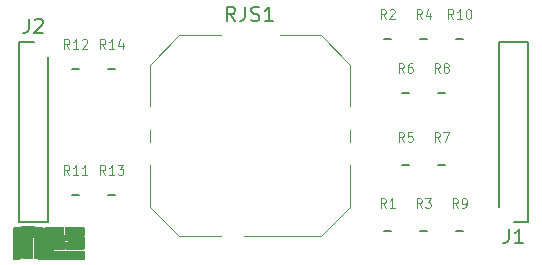
<source format=gbr>
%TF.GenerationSoftware,KiCad,Pcbnew,(5.1.9)-1*%
%TF.CreationDate,2021-03-10T13:48:37-05:00*%
%TF.ProjectId,RKJXT1F42001_Breakout,524b4a58-5431-4463-9432-3030315f4272,rev?*%
%TF.SameCoordinates,Original*%
%TF.FileFunction,Legend,Top*%
%TF.FilePolarity,Positive*%
%FSLAX46Y46*%
G04 Gerber Fmt 4.6, Leading zero omitted, Abs format (unit mm)*
G04 Created by KiCad (PCBNEW (5.1.9)-1) date 2021-03-10 13:48:37*
%MOMM*%
%LPD*%
G01*
G04 APERTURE LIST*
%ADD10C,0.010000*%
%ADD11C,0.100000*%
%ADD12C,0.200000*%
%ADD13C,0.150000*%
G04 APERTURE END LIST*
D10*
%TO.C,G\u002A\u002A\u002A*%
G36*
X125727082Y-82971288D02*
G01*
X125820988Y-82972878D01*
X125897762Y-82975509D01*
X125959467Y-82979300D01*
X126008169Y-82984369D01*
X126045933Y-82990836D01*
X126074823Y-82998821D01*
X126096906Y-83008441D01*
X126110597Y-83017058D01*
X126135966Y-83042741D01*
X126162214Y-83080063D01*
X126171325Y-83096359D01*
X126181049Y-83116823D01*
X126188281Y-83137478D01*
X126193388Y-83162350D01*
X126196735Y-83195462D01*
X126198691Y-83240841D01*
X126199620Y-83302510D01*
X126199892Y-83384495D01*
X126199900Y-83409940D01*
X126199900Y-83667600D01*
X125437900Y-83667600D01*
X125437900Y-83623976D01*
X125432141Y-83566302D01*
X125414543Y-83530498D01*
X125384625Y-83515715D01*
X125376073Y-83515200D01*
X125353484Y-83517517D01*
X125338447Y-83527273D01*
X125329462Y-83548674D01*
X125325028Y-83585924D01*
X125323645Y-83643229D01*
X125323600Y-83662288D01*
X125323600Y-83769200D01*
X125625225Y-83769273D01*
X125750381Y-83769840D01*
X125852863Y-83771894D01*
X125935381Y-83776067D01*
X126000646Y-83782991D01*
X126051368Y-83793295D01*
X126090258Y-83807613D01*
X126120026Y-83826574D01*
X126143384Y-83850811D01*
X126163043Y-83880955D01*
X126171325Y-83896459D01*
X126179363Y-83912995D01*
X126185733Y-83929647D01*
X126190628Y-83949449D01*
X126194244Y-83975434D01*
X126196772Y-84010637D01*
X126198408Y-84058090D01*
X126199344Y-84120829D01*
X126199776Y-84201886D01*
X126199895Y-84304295D01*
X126199900Y-84343798D01*
X126199755Y-84461621D01*
X126199049Y-84556925D01*
X126197376Y-84632591D01*
X126194331Y-84691498D01*
X126189507Y-84736528D01*
X126182497Y-84770561D01*
X126172897Y-84796477D01*
X126160299Y-84817157D01*
X126144298Y-84835482D01*
X126128439Y-84850691D01*
X126090875Y-84876849D01*
X126046840Y-84896560D01*
X126041150Y-84898245D01*
X126018133Y-84901043D01*
X125972914Y-84903507D01*
X125908550Y-84905636D01*
X125828100Y-84907425D01*
X125734621Y-84908872D01*
X125631170Y-84909973D01*
X125520806Y-84910724D01*
X125406584Y-84911124D01*
X125291564Y-84911168D01*
X125178802Y-84910854D01*
X125071356Y-84910177D01*
X124972285Y-84909136D01*
X124884644Y-84907726D01*
X124811492Y-84905945D01*
X124755887Y-84903789D01*
X124720886Y-84901255D01*
X124711350Y-84899647D01*
X124654944Y-84872684D01*
X124605172Y-84831227D01*
X124577462Y-84793723D01*
X124569593Y-84775291D01*
X124563574Y-84750339D01*
X124559067Y-84715153D01*
X124555736Y-84666018D01*
X124553245Y-84599222D01*
X124551258Y-84511049D01*
X124551105Y-84502625D01*
X124546603Y-84251800D01*
X125323600Y-84251800D01*
X125323600Y-84315572D01*
X125325196Y-84354818D01*
X125332301Y-84376994D01*
X125348389Y-84390348D01*
X125356841Y-84394490D01*
X125382869Y-84402705D01*
X125401438Y-84394175D01*
X125413991Y-84380111D01*
X125427551Y-84356615D01*
X125435033Y-84323612D01*
X125437790Y-84274162D01*
X125437900Y-84257458D01*
X125437900Y-84164330D01*
X125072775Y-84160440D01*
X124958594Y-84159083D01*
X124866855Y-84157289D01*
X124794601Y-84154436D01*
X124738874Y-84149900D01*
X124696717Y-84143057D01*
X124665173Y-84133285D01*
X124641283Y-84119959D01*
X124622091Y-84102457D01*
X124604640Y-84080155D01*
X124590120Y-84058705D01*
X124555250Y-84006019D01*
X124555250Y-83573284D01*
X124555312Y-83456638D01*
X124555601Y-83362572D01*
X124556273Y-83288265D01*
X124557482Y-83230896D01*
X124559383Y-83187646D01*
X124562132Y-83155694D01*
X124565883Y-83132219D01*
X124570791Y-83114402D01*
X124577012Y-83099421D01*
X124581815Y-83089904D01*
X124616529Y-83043931D01*
X124669606Y-83007736D01*
X124670346Y-83007354D01*
X124732311Y-82975450D01*
X125321910Y-82971570D01*
X125479608Y-82970753D01*
X125613976Y-82970619D01*
X125727082Y-82971288D01*
G37*
X125727082Y-82971288D02*
X125820988Y-82972878D01*
X125897762Y-82975509D01*
X125959467Y-82979300D01*
X126008169Y-82984369D01*
X126045933Y-82990836D01*
X126074823Y-82998821D01*
X126096906Y-83008441D01*
X126110597Y-83017058D01*
X126135966Y-83042741D01*
X126162214Y-83080063D01*
X126171325Y-83096359D01*
X126181049Y-83116823D01*
X126188281Y-83137478D01*
X126193388Y-83162350D01*
X126196735Y-83195462D01*
X126198691Y-83240841D01*
X126199620Y-83302510D01*
X126199892Y-83384495D01*
X126199900Y-83409940D01*
X126199900Y-83667600D01*
X125437900Y-83667600D01*
X125437900Y-83623976D01*
X125432141Y-83566302D01*
X125414543Y-83530498D01*
X125384625Y-83515715D01*
X125376073Y-83515200D01*
X125353484Y-83517517D01*
X125338447Y-83527273D01*
X125329462Y-83548674D01*
X125325028Y-83585924D01*
X125323645Y-83643229D01*
X125323600Y-83662288D01*
X125323600Y-83769200D01*
X125625225Y-83769273D01*
X125750381Y-83769840D01*
X125852863Y-83771894D01*
X125935381Y-83776067D01*
X126000646Y-83782991D01*
X126051368Y-83793295D01*
X126090258Y-83807613D01*
X126120026Y-83826574D01*
X126143384Y-83850811D01*
X126163043Y-83880955D01*
X126171325Y-83896459D01*
X126179363Y-83912995D01*
X126185733Y-83929647D01*
X126190628Y-83949449D01*
X126194244Y-83975434D01*
X126196772Y-84010637D01*
X126198408Y-84058090D01*
X126199344Y-84120829D01*
X126199776Y-84201886D01*
X126199895Y-84304295D01*
X126199900Y-84343798D01*
X126199755Y-84461621D01*
X126199049Y-84556925D01*
X126197376Y-84632591D01*
X126194331Y-84691498D01*
X126189507Y-84736528D01*
X126182497Y-84770561D01*
X126172897Y-84796477D01*
X126160299Y-84817157D01*
X126144298Y-84835482D01*
X126128439Y-84850691D01*
X126090875Y-84876849D01*
X126046840Y-84896560D01*
X126041150Y-84898245D01*
X126018133Y-84901043D01*
X125972914Y-84903507D01*
X125908550Y-84905636D01*
X125828100Y-84907425D01*
X125734621Y-84908872D01*
X125631170Y-84909973D01*
X125520806Y-84910724D01*
X125406584Y-84911124D01*
X125291564Y-84911168D01*
X125178802Y-84910854D01*
X125071356Y-84910177D01*
X124972285Y-84909136D01*
X124884644Y-84907726D01*
X124811492Y-84905945D01*
X124755887Y-84903789D01*
X124720886Y-84901255D01*
X124711350Y-84899647D01*
X124654944Y-84872684D01*
X124605172Y-84831227D01*
X124577462Y-84793723D01*
X124569593Y-84775291D01*
X124563574Y-84750339D01*
X124559067Y-84715153D01*
X124555736Y-84666018D01*
X124553245Y-84599222D01*
X124551258Y-84511049D01*
X124551105Y-84502625D01*
X124546603Y-84251800D01*
X125323600Y-84251800D01*
X125323600Y-84315572D01*
X125325196Y-84354818D01*
X125332301Y-84376994D01*
X125348389Y-84390348D01*
X125356841Y-84394490D01*
X125382869Y-84402705D01*
X125401438Y-84394175D01*
X125413991Y-84380111D01*
X125427551Y-84356615D01*
X125435033Y-84323612D01*
X125437790Y-84274162D01*
X125437900Y-84257458D01*
X125437900Y-84164330D01*
X125072775Y-84160440D01*
X124958594Y-84159083D01*
X124866855Y-84157289D01*
X124794601Y-84154436D01*
X124738874Y-84149900D01*
X124696717Y-84143057D01*
X124665173Y-84133285D01*
X124641283Y-84119959D01*
X124622091Y-84102457D01*
X124604640Y-84080155D01*
X124590120Y-84058705D01*
X124555250Y-84006019D01*
X124555250Y-83573284D01*
X124555312Y-83456638D01*
X124555601Y-83362572D01*
X124556273Y-83288265D01*
X124557482Y-83230896D01*
X124559383Y-83187646D01*
X124562132Y-83155694D01*
X124565883Y-83132219D01*
X124570791Y-83114402D01*
X124577012Y-83099421D01*
X124581815Y-83089904D01*
X124616529Y-83043931D01*
X124669606Y-83007736D01*
X124670346Y-83007354D01*
X124732311Y-82975450D01*
X125321910Y-82971570D01*
X125479608Y-82970753D01*
X125613976Y-82970619D01*
X125727082Y-82971288D01*
G36*
X126199900Y-85686900D02*
G01*
X123672600Y-85686900D01*
X123672600Y-85013800D01*
X126199900Y-85013800D01*
X126199900Y-85686900D01*
G37*
X126199900Y-85686900D02*
X123672600Y-85686900D01*
X123672600Y-85013800D01*
X126199900Y-85013800D01*
X126199900Y-85686900D01*
G36*
X123789670Y-82975467D02*
G01*
X123909018Y-82975585D01*
X124007522Y-82975896D01*
X124087459Y-82976496D01*
X124151108Y-82977479D01*
X124200745Y-82978941D01*
X124238648Y-82980975D01*
X124267096Y-82983678D01*
X124288365Y-82987144D01*
X124304735Y-82991467D01*
X124318482Y-82996742D01*
X124331884Y-83003064D01*
X124333837Y-83004026D01*
X124390359Y-83043672D01*
X124422737Y-83086576D01*
X124453650Y-83140550D01*
X124461342Y-84150200D01*
X123685300Y-84150200D01*
X123685300Y-83917790D01*
X123684967Y-83829651D01*
X123683484Y-83763711D01*
X123680120Y-83716771D01*
X123674145Y-83685632D01*
X123664829Y-83667098D01*
X123651443Y-83657969D01*
X123633255Y-83655048D01*
X123625295Y-83654900D01*
X123608507Y-83657754D01*
X123595504Y-83668157D01*
X123585823Y-83688868D01*
X123579002Y-83722647D01*
X123574582Y-83772253D01*
X123572099Y-83840447D01*
X123571093Y-83929987D01*
X123571000Y-83979576D01*
X123571000Y-84239100D01*
X124460000Y-84239100D01*
X124460000Y-84912200D01*
X123571000Y-84912200D01*
X123571000Y-85686900D01*
X122809000Y-85686900D01*
X122809000Y-84416492D01*
X122809051Y-84202583D01*
X122809217Y-84012690D01*
X122809517Y-83845430D01*
X122809967Y-83699418D01*
X122810588Y-83573270D01*
X122811397Y-83465603D01*
X122812412Y-83375033D01*
X122813651Y-83300175D01*
X122815133Y-83239647D01*
X122816876Y-83192065D01*
X122818899Y-83156043D01*
X122821219Y-83130200D01*
X122823856Y-83113150D01*
X122826323Y-83104624D01*
X122859551Y-83053823D01*
X122909024Y-83012054D01*
X122965634Y-82986801D01*
X122971298Y-82985480D01*
X122993172Y-82983491D01*
X123037781Y-82981632D01*
X123102460Y-82979945D01*
X123184544Y-82978468D01*
X123281370Y-82977240D01*
X123390271Y-82976302D01*
X123508583Y-82975693D01*
X123633642Y-82975452D01*
X123647200Y-82975450D01*
X123789670Y-82975467D01*
G37*
X123789670Y-82975467D02*
X123909018Y-82975585D01*
X124007522Y-82975896D01*
X124087459Y-82976496D01*
X124151108Y-82977479D01*
X124200745Y-82978941D01*
X124238648Y-82980975D01*
X124267096Y-82983678D01*
X124288365Y-82987144D01*
X124304735Y-82991467D01*
X124318482Y-82996742D01*
X124331884Y-83003064D01*
X124333837Y-83004026D01*
X124390359Y-83043672D01*
X124422737Y-83086576D01*
X124453650Y-83140550D01*
X124461342Y-84150200D01*
X123685300Y-84150200D01*
X123685300Y-83917790D01*
X123684967Y-83829651D01*
X123683484Y-83763711D01*
X123680120Y-83716771D01*
X123674145Y-83685632D01*
X123664829Y-83667098D01*
X123651443Y-83657969D01*
X123633255Y-83655048D01*
X123625295Y-83654900D01*
X123608507Y-83657754D01*
X123595504Y-83668157D01*
X123585823Y-83688868D01*
X123579002Y-83722647D01*
X123574582Y-83772253D01*
X123572099Y-83840447D01*
X123571093Y-83929987D01*
X123571000Y-83979576D01*
X123571000Y-84239100D01*
X124460000Y-84239100D01*
X124460000Y-84912200D01*
X123571000Y-84912200D01*
X123571000Y-85686900D01*
X122809000Y-85686900D01*
X122809000Y-84416492D01*
X122809051Y-84202583D01*
X122809217Y-84012690D01*
X122809517Y-83845430D01*
X122809967Y-83699418D01*
X122810588Y-83573270D01*
X122811397Y-83465603D01*
X122812412Y-83375033D01*
X122813651Y-83300175D01*
X122815133Y-83239647D01*
X122816876Y-83192065D01*
X122818899Y-83156043D01*
X122821219Y-83130200D01*
X122823856Y-83113150D01*
X122826323Y-83104624D01*
X122859551Y-83053823D01*
X122909024Y-83012054D01*
X122965634Y-82986801D01*
X122971298Y-82985480D01*
X122993172Y-82983491D01*
X123037781Y-82981632D01*
X123102460Y-82979945D01*
X123184544Y-82978468D01*
X123281370Y-82977240D01*
X123390271Y-82976302D01*
X123508583Y-82975693D01*
X123633642Y-82975452D01*
X123647200Y-82975450D01*
X123789670Y-82975467D01*
G36*
X121505470Y-82968502D02*
G01*
X121651789Y-82968789D01*
X121794734Y-82969336D01*
X121931908Y-82970142D01*
X122060912Y-82971207D01*
X122179350Y-82972530D01*
X122284824Y-82974110D01*
X122374936Y-82975945D01*
X122447287Y-82978036D01*
X122499482Y-82980381D01*
X122529121Y-82982979D01*
X122531931Y-82983486D01*
X122600355Y-83009574D01*
X122653599Y-83053678D01*
X122688244Y-83112725D01*
X122693320Y-83128445D01*
X122695922Y-83148186D01*
X122698241Y-83187994D01*
X122700281Y-83248427D01*
X122702050Y-83330040D01*
X122703552Y-83433391D01*
X122704795Y-83559036D01*
X122705783Y-83707533D01*
X122706523Y-83879437D01*
X122707021Y-84075306D01*
X122707283Y-84295696D01*
X122707329Y-84434114D01*
X122707400Y-85689578D01*
X122412125Y-85684072D01*
X122308852Y-85681814D01*
X122227567Y-85678979D01*
X122164856Y-85675016D01*
X122117308Y-85669374D01*
X122081509Y-85661504D01*
X122054048Y-85650856D01*
X122031511Y-85636879D01*
X122010868Y-85619379D01*
X121997380Y-85607082D01*
X121985695Y-85595860D01*
X121975676Y-85583900D01*
X121967189Y-85569388D01*
X121960099Y-85550512D01*
X121954270Y-85525458D01*
X121949568Y-85492413D01*
X121945857Y-85449563D01*
X121943001Y-85395096D01*
X121940867Y-85327198D01*
X121939318Y-85244056D01*
X121938219Y-85143857D01*
X121937436Y-85024787D01*
X121936833Y-84885033D01*
X121936274Y-84722783D01*
X121935904Y-84613750D01*
X121935292Y-84464032D01*
X121934534Y-84321292D01*
X121933652Y-84187635D01*
X121932668Y-84065163D01*
X121931605Y-83955980D01*
X121930483Y-83862192D01*
X121929327Y-83785902D01*
X121928157Y-83729213D01*
X121926996Y-83694230D01*
X121926137Y-83683474D01*
X121913672Y-83661601D01*
X121885759Y-83654924D01*
X121883016Y-83654899D01*
X121852280Y-83661589D01*
X121838808Y-83674988D01*
X121837582Y-83690616D01*
X121836416Y-83729652D01*
X121835326Y-83790104D01*
X121834326Y-83869979D01*
X121833433Y-83967285D01*
X121832662Y-84080030D01*
X121832028Y-84206222D01*
X121831546Y-84343868D01*
X121831233Y-84490977D01*
X121831102Y-84645557D01*
X121831100Y-84671938D01*
X121831100Y-85648800D01*
X121056400Y-85648800D01*
X121056400Y-84667090D01*
X121056305Y-84475084D01*
X121056008Y-84307195D01*
X121055490Y-84162143D01*
X121054730Y-84038645D01*
X121053710Y-83935419D01*
X121052409Y-83851183D01*
X121050808Y-83784657D01*
X121048887Y-83734557D01*
X121046627Y-83699603D01*
X121044008Y-83678512D01*
X121041160Y-83670140D01*
X121012567Y-83656209D01*
X120980313Y-83659113D01*
X120956342Y-83677557D01*
X120955246Y-83679465D01*
X120952314Y-83697956D01*
X120949740Y-83741714D01*
X120947527Y-83810610D01*
X120945676Y-83904512D01*
X120944190Y-84023292D01*
X120943071Y-84166818D01*
X120942320Y-84334960D01*
X120941939Y-84527589D01*
X120941891Y-84609740D01*
X120941682Y-85515450D01*
X120913316Y-85565055D01*
X120891217Y-85598993D01*
X120865942Y-85626093D01*
X120834513Y-85647099D01*
X120793954Y-85662751D01*
X120741288Y-85673792D01*
X120673538Y-85680963D01*
X120587728Y-85685006D01*
X120480881Y-85686662D01*
X120424575Y-85686826D01*
X120180100Y-85686900D01*
X120180100Y-84416394D01*
X120180111Y-84208647D01*
X120180164Y-84024777D01*
X120180288Y-83863259D01*
X120180511Y-83722571D01*
X120180863Y-83601188D01*
X120181372Y-83497587D01*
X120182068Y-83410245D01*
X120182979Y-83337637D01*
X120184135Y-83278240D01*
X120185563Y-83230530D01*
X120187294Y-83192985D01*
X120189355Y-83164079D01*
X120191777Y-83142290D01*
X120194587Y-83126095D01*
X120197815Y-83113968D01*
X120201489Y-83104387D01*
X120205145Y-83096794D01*
X120243370Y-83041221D01*
X120294061Y-83004281D01*
X120359040Y-82982741D01*
X120384222Y-82980113D01*
X120432404Y-82977755D01*
X120501190Y-82975664D01*
X120588182Y-82973841D01*
X120690981Y-82972285D01*
X120807190Y-82970994D01*
X120934412Y-82969969D01*
X121070249Y-82969208D01*
X121212302Y-82968711D01*
X121358175Y-82968476D01*
X121505470Y-82968502D01*
G37*
X121505470Y-82968502D02*
X121651789Y-82968789D01*
X121794734Y-82969336D01*
X121931908Y-82970142D01*
X122060912Y-82971207D01*
X122179350Y-82972530D01*
X122284824Y-82974110D01*
X122374936Y-82975945D01*
X122447287Y-82978036D01*
X122499482Y-82980381D01*
X122529121Y-82982979D01*
X122531931Y-82983486D01*
X122600355Y-83009574D01*
X122653599Y-83053678D01*
X122688244Y-83112725D01*
X122693320Y-83128445D01*
X122695922Y-83148186D01*
X122698241Y-83187994D01*
X122700281Y-83248427D01*
X122702050Y-83330040D01*
X122703552Y-83433391D01*
X122704795Y-83559036D01*
X122705783Y-83707533D01*
X122706523Y-83879437D01*
X122707021Y-84075306D01*
X122707283Y-84295696D01*
X122707329Y-84434114D01*
X122707400Y-85689578D01*
X122412125Y-85684072D01*
X122308852Y-85681814D01*
X122227567Y-85678979D01*
X122164856Y-85675016D01*
X122117308Y-85669374D01*
X122081509Y-85661504D01*
X122054048Y-85650856D01*
X122031511Y-85636879D01*
X122010868Y-85619379D01*
X121997380Y-85607082D01*
X121985695Y-85595860D01*
X121975676Y-85583900D01*
X121967189Y-85569388D01*
X121960099Y-85550512D01*
X121954270Y-85525458D01*
X121949568Y-85492413D01*
X121945857Y-85449563D01*
X121943001Y-85395096D01*
X121940867Y-85327198D01*
X121939318Y-85244056D01*
X121938219Y-85143857D01*
X121937436Y-85024787D01*
X121936833Y-84885033D01*
X121936274Y-84722783D01*
X121935904Y-84613750D01*
X121935292Y-84464032D01*
X121934534Y-84321292D01*
X121933652Y-84187635D01*
X121932668Y-84065163D01*
X121931605Y-83955980D01*
X121930483Y-83862192D01*
X121929327Y-83785902D01*
X121928157Y-83729213D01*
X121926996Y-83694230D01*
X121926137Y-83683474D01*
X121913672Y-83661601D01*
X121885759Y-83654924D01*
X121883016Y-83654899D01*
X121852280Y-83661589D01*
X121838808Y-83674988D01*
X121837582Y-83690616D01*
X121836416Y-83729652D01*
X121835326Y-83790104D01*
X121834326Y-83869979D01*
X121833433Y-83967285D01*
X121832662Y-84080030D01*
X121832028Y-84206222D01*
X121831546Y-84343868D01*
X121831233Y-84490977D01*
X121831102Y-84645557D01*
X121831100Y-84671938D01*
X121831100Y-85648800D01*
X121056400Y-85648800D01*
X121056400Y-84667090D01*
X121056305Y-84475084D01*
X121056008Y-84307195D01*
X121055490Y-84162143D01*
X121054730Y-84038645D01*
X121053710Y-83935419D01*
X121052409Y-83851183D01*
X121050808Y-83784657D01*
X121048887Y-83734557D01*
X121046627Y-83699603D01*
X121044008Y-83678512D01*
X121041160Y-83670140D01*
X121012567Y-83656209D01*
X120980313Y-83659113D01*
X120956342Y-83677557D01*
X120955246Y-83679465D01*
X120952314Y-83697956D01*
X120949740Y-83741714D01*
X120947527Y-83810610D01*
X120945676Y-83904512D01*
X120944190Y-84023292D01*
X120943071Y-84166818D01*
X120942320Y-84334960D01*
X120941939Y-84527589D01*
X120941891Y-84609740D01*
X120941682Y-85515450D01*
X120913316Y-85565055D01*
X120891217Y-85598993D01*
X120865942Y-85626093D01*
X120834513Y-85647099D01*
X120793954Y-85662751D01*
X120741288Y-85673792D01*
X120673538Y-85680963D01*
X120587728Y-85685006D01*
X120480881Y-85686662D01*
X120424575Y-85686826D01*
X120180100Y-85686900D01*
X120180100Y-84416394D01*
X120180111Y-84208647D01*
X120180164Y-84024777D01*
X120180288Y-83863259D01*
X120180511Y-83722571D01*
X120180863Y-83601188D01*
X120181372Y-83497587D01*
X120182068Y-83410245D01*
X120182979Y-83337637D01*
X120184135Y-83278240D01*
X120185563Y-83230530D01*
X120187294Y-83192985D01*
X120189355Y-83164079D01*
X120191777Y-83142290D01*
X120194587Y-83126095D01*
X120197815Y-83113968D01*
X120201489Y-83104387D01*
X120205145Y-83096794D01*
X120243370Y-83041221D01*
X120294061Y-83004281D01*
X120359040Y-82982741D01*
X120384222Y-82980113D01*
X120432404Y-82977755D01*
X120501190Y-82975664D01*
X120588182Y-82973841D01*
X120690981Y-82972285D01*
X120807190Y-82970994D01*
X120934412Y-82969969D01*
X121070249Y-82969208D01*
X121212302Y-82968711D01*
X121358175Y-82968476D01*
X121505470Y-82968502D01*
D11*
%TO.C,RJS1*%
X148755000Y-74780000D02*
X148755000Y-75780000D01*
X131755000Y-74780000D02*
X131755000Y-75780000D01*
X148755000Y-81280000D02*
X148755000Y-77780000D01*
X146255000Y-83780000D02*
X148755000Y-81280000D01*
X139755000Y-83780000D02*
X146255000Y-83780000D01*
X134255000Y-83780000D02*
X137755000Y-83780000D01*
X131755000Y-81280000D02*
X134255000Y-83780000D01*
X131755000Y-77780000D02*
X131755000Y-81280000D01*
X148755000Y-69280000D02*
X148755000Y-72780000D01*
X146255000Y-66780000D02*
X148755000Y-69280000D01*
X142755000Y-66780000D02*
X146255000Y-66780000D01*
X134255000Y-66780000D02*
X137755000Y-66780000D01*
X131755000Y-69280000D02*
X134255000Y-66780000D01*
X131755000Y-72780000D02*
X131755000Y-69280000D01*
D12*
%TO.C,R12*%
X125776000Y-69596000D02*
X125176000Y-69596000D01*
%TO.C,R13*%
X128224000Y-80264000D02*
X128824000Y-80264000D01*
%TO.C,R14*%
X128824000Y-69596000D02*
X128224000Y-69596000D01*
%TO.C,R11*%
X125176000Y-80264000D02*
X125776000Y-80264000D01*
%TO.C,R10*%
X157688000Y-67056000D02*
X158288000Y-67056000D01*
%TO.C,R9*%
X158288000Y-83312000D02*
X157688000Y-83312000D01*
%TO.C,R8*%
X156164000Y-71628000D02*
X156764000Y-71628000D01*
%TO.C,R7*%
X156764000Y-77724000D02*
X156164000Y-77724000D01*
%TO.C,R6*%
X153116000Y-71628000D02*
X153716000Y-71628000D01*
%TO.C,R5*%
X153716000Y-77724000D02*
X153116000Y-77724000D01*
%TO.C,R4*%
X154640000Y-67056000D02*
X155240000Y-67056000D01*
%TO.C,R3*%
X155240000Y-83312000D02*
X154640000Y-83312000D01*
%TO.C,R2*%
X151592000Y-67056000D02*
X152192000Y-67056000D01*
%TO.C,R1*%
X152192000Y-83312000D02*
X151592000Y-83312000D01*
%TO.C,J2*%
X123125000Y-82550000D02*
X123125000Y-68580000D01*
X120715000Y-82550000D02*
X123125000Y-82550000D01*
X120715000Y-67310000D02*
X120715000Y-82550000D01*
X121920000Y-67310000D02*
X120715000Y-67310000D01*
%TO.C,J1*%
X161355000Y-67310000D02*
X161355000Y-81280000D01*
X163765000Y-67310000D02*
X161355000Y-67310000D01*
X163765000Y-82550000D02*
X163765000Y-67310000D01*
X162560000Y-82550000D02*
X163765000Y-82550000D01*
%TO.C,RJS1*%
D13*
X138979428Y-65566857D02*
X138579428Y-64995428D01*
X138293714Y-65566857D02*
X138293714Y-64366857D01*
X138750857Y-64366857D01*
X138865142Y-64424000D01*
X138922285Y-64481142D01*
X138979428Y-64595428D01*
X138979428Y-64766857D01*
X138922285Y-64881142D01*
X138865142Y-64938285D01*
X138750857Y-64995428D01*
X138293714Y-64995428D01*
X139836571Y-64366857D02*
X139836571Y-65224000D01*
X139779428Y-65395428D01*
X139665142Y-65509714D01*
X139493714Y-65566857D01*
X139379428Y-65566857D01*
X140350857Y-65509714D02*
X140522285Y-65566857D01*
X140808000Y-65566857D01*
X140922285Y-65509714D01*
X140979428Y-65452571D01*
X141036571Y-65338285D01*
X141036571Y-65224000D01*
X140979428Y-65109714D01*
X140922285Y-65052571D01*
X140808000Y-64995428D01*
X140579428Y-64938285D01*
X140465142Y-64881142D01*
X140408000Y-64824000D01*
X140350857Y-64709714D01*
X140350857Y-64595428D01*
X140408000Y-64481142D01*
X140465142Y-64424000D01*
X140579428Y-64366857D01*
X140865142Y-64366857D01*
X141036571Y-64424000D01*
X142179428Y-65566857D02*
X141493714Y-65566857D01*
X141836571Y-65566857D02*
X141836571Y-64366857D01*
X141722285Y-64538285D01*
X141608000Y-64652571D01*
X141493714Y-64709714D01*
%TO.C,R12*%
D11*
X124961714Y-67925904D02*
X124695047Y-67544952D01*
X124504571Y-67925904D02*
X124504571Y-67125904D01*
X124809333Y-67125904D01*
X124885523Y-67164000D01*
X124923619Y-67202095D01*
X124961714Y-67278285D01*
X124961714Y-67392571D01*
X124923619Y-67468761D01*
X124885523Y-67506857D01*
X124809333Y-67544952D01*
X124504571Y-67544952D01*
X125723619Y-67925904D02*
X125266476Y-67925904D01*
X125495047Y-67925904D02*
X125495047Y-67125904D01*
X125418857Y-67240190D01*
X125342666Y-67316380D01*
X125266476Y-67354476D01*
X126028380Y-67202095D02*
X126066476Y-67164000D01*
X126142666Y-67125904D01*
X126333142Y-67125904D01*
X126409333Y-67164000D01*
X126447428Y-67202095D01*
X126485523Y-67278285D01*
X126485523Y-67354476D01*
X126447428Y-67468761D01*
X125990285Y-67925904D01*
X126485523Y-67925904D01*
%TO.C,R13*%
X128009714Y-78593904D02*
X127743047Y-78212952D01*
X127552571Y-78593904D02*
X127552571Y-77793904D01*
X127857333Y-77793904D01*
X127933523Y-77832000D01*
X127971619Y-77870095D01*
X128009714Y-77946285D01*
X128009714Y-78060571D01*
X127971619Y-78136761D01*
X127933523Y-78174857D01*
X127857333Y-78212952D01*
X127552571Y-78212952D01*
X128771619Y-78593904D02*
X128314476Y-78593904D01*
X128543047Y-78593904D02*
X128543047Y-77793904D01*
X128466857Y-77908190D01*
X128390666Y-77984380D01*
X128314476Y-78022476D01*
X129038285Y-77793904D02*
X129533523Y-77793904D01*
X129266857Y-78098666D01*
X129381142Y-78098666D01*
X129457333Y-78136761D01*
X129495428Y-78174857D01*
X129533523Y-78251047D01*
X129533523Y-78441523D01*
X129495428Y-78517714D01*
X129457333Y-78555809D01*
X129381142Y-78593904D01*
X129152571Y-78593904D01*
X129076380Y-78555809D01*
X129038285Y-78517714D01*
%TO.C,R14*%
X128009714Y-67925904D02*
X127743047Y-67544952D01*
X127552571Y-67925904D02*
X127552571Y-67125904D01*
X127857333Y-67125904D01*
X127933523Y-67164000D01*
X127971619Y-67202095D01*
X128009714Y-67278285D01*
X128009714Y-67392571D01*
X127971619Y-67468761D01*
X127933523Y-67506857D01*
X127857333Y-67544952D01*
X127552571Y-67544952D01*
X128771619Y-67925904D02*
X128314476Y-67925904D01*
X128543047Y-67925904D02*
X128543047Y-67125904D01*
X128466857Y-67240190D01*
X128390666Y-67316380D01*
X128314476Y-67354476D01*
X129457333Y-67392571D02*
X129457333Y-67925904D01*
X129266857Y-67087809D02*
X129076380Y-67659238D01*
X129571619Y-67659238D01*
%TO.C,R11*%
X124961714Y-78593904D02*
X124695047Y-78212952D01*
X124504571Y-78593904D02*
X124504571Y-77793904D01*
X124809333Y-77793904D01*
X124885523Y-77832000D01*
X124923619Y-77870095D01*
X124961714Y-77946285D01*
X124961714Y-78060571D01*
X124923619Y-78136761D01*
X124885523Y-78174857D01*
X124809333Y-78212952D01*
X124504571Y-78212952D01*
X125723619Y-78593904D02*
X125266476Y-78593904D01*
X125495047Y-78593904D02*
X125495047Y-77793904D01*
X125418857Y-77908190D01*
X125342666Y-77984380D01*
X125266476Y-78022476D01*
X126485523Y-78593904D02*
X126028380Y-78593904D01*
X126256952Y-78593904D02*
X126256952Y-77793904D01*
X126180761Y-77908190D01*
X126104571Y-77984380D01*
X126028380Y-78022476D01*
%TO.C,R10*%
X157473714Y-65385904D02*
X157207047Y-65004952D01*
X157016571Y-65385904D02*
X157016571Y-64585904D01*
X157321333Y-64585904D01*
X157397523Y-64624000D01*
X157435619Y-64662095D01*
X157473714Y-64738285D01*
X157473714Y-64852571D01*
X157435619Y-64928761D01*
X157397523Y-64966857D01*
X157321333Y-65004952D01*
X157016571Y-65004952D01*
X158235619Y-65385904D02*
X157778476Y-65385904D01*
X158007047Y-65385904D02*
X158007047Y-64585904D01*
X157930857Y-64700190D01*
X157854666Y-64776380D01*
X157778476Y-64814476D01*
X158730857Y-64585904D02*
X158807047Y-64585904D01*
X158883238Y-64624000D01*
X158921333Y-64662095D01*
X158959428Y-64738285D01*
X158997523Y-64890666D01*
X158997523Y-65081142D01*
X158959428Y-65233523D01*
X158921333Y-65309714D01*
X158883238Y-65347809D01*
X158807047Y-65385904D01*
X158730857Y-65385904D01*
X158654666Y-65347809D01*
X158616571Y-65309714D01*
X158578476Y-65233523D01*
X158540380Y-65081142D01*
X158540380Y-64890666D01*
X158578476Y-64738285D01*
X158616571Y-64662095D01*
X158654666Y-64624000D01*
X158730857Y-64585904D01*
%TO.C,R9*%
X157854666Y-81387904D02*
X157588000Y-81006952D01*
X157397523Y-81387904D02*
X157397523Y-80587904D01*
X157702285Y-80587904D01*
X157778476Y-80626000D01*
X157816571Y-80664095D01*
X157854666Y-80740285D01*
X157854666Y-80854571D01*
X157816571Y-80930761D01*
X157778476Y-80968857D01*
X157702285Y-81006952D01*
X157397523Y-81006952D01*
X158235619Y-81387904D02*
X158388000Y-81387904D01*
X158464190Y-81349809D01*
X158502285Y-81311714D01*
X158578476Y-81197428D01*
X158616571Y-81045047D01*
X158616571Y-80740285D01*
X158578476Y-80664095D01*
X158540380Y-80626000D01*
X158464190Y-80587904D01*
X158311809Y-80587904D01*
X158235619Y-80626000D01*
X158197523Y-80664095D01*
X158159428Y-80740285D01*
X158159428Y-80930761D01*
X158197523Y-81006952D01*
X158235619Y-81045047D01*
X158311809Y-81083142D01*
X158464190Y-81083142D01*
X158540380Y-81045047D01*
X158578476Y-81006952D01*
X158616571Y-80930761D01*
%TO.C,R8*%
X156330666Y-69957904D02*
X156064000Y-69576952D01*
X155873523Y-69957904D02*
X155873523Y-69157904D01*
X156178285Y-69157904D01*
X156254476Y-69196000D01*
X156292571Y-69234095D01*
X156330666Y-69310285D01*
X156330666Y-69424571D01*
X156292571Y-69500761D01*
X156254476Y-69538857D01*
X156178285Y-69576952D01*
X155873523Y-69576952D01*
X156787809Y-69500761D02*
X156711619Y-69462666D01*
X156673523Y-69424571D01*
X156635428Y-69348380D01*
X156635428Y-69310285D01*
X156673523Y-69234095D01*
X156711619Y-69196000D01*
X156787809Y-69157904D01*
X156940190Y-69157904D01*
X157016380Y-69196000D01*
X157054476Y-69234095D01*
X157092571Y-69310285D01*
X157092571Y-69348380D01*
X157054476Y-69424571D01*
X157016380Y-69462666D01*
X156940190Y-69500761D01*
X156787809Y-69500761D01*
X156711619Y-69538857D01*
X156673523Y-69576952D01*
X156635428Y-69653142D01*
X156635428Y-69805523D01*
X156673523Y-69881714D01*
X156711619Y-69919809D01*
X156787809Y-69957904D01*
X156940190Y-69957904D01*
X157016380Y-69919809D01*
X157054476Y-69881714D01*
X157092571Y-69805523D01*
X157092571Y-69653142D01*
X157054476Y-69576952D01*
X157016380Y-69538857D01*
X156940190Y-69500761D01*
%TO.C,R7*%
X156330666Y-75799904D02*
X156064000Y-75418952D01*
X155873523Y-75799904D02*
X155873523Y-74999904D01*
X156178285Y-74999904D01*
X156254476Y-75038000D01*
X156292571Y-75076095D01*
X156330666Y-75152285D01*
X156330666Y-75266571D01*
X156292571Y-75342761D01*
X156254476Y-75380857D01*
X156178285Y-75418952D01*
X155873523Y-75418952D01*
X156597333Y-74999904D02*
X157130666Y-74999904D01*
X156787809Y-75799904D01*
%TO.C,R6*%
X153282666Y-69957904D02*
X153016000Y-69576952D01*
X152825523Y-69957904D02*
X152825523Y-69157904D01*
X153130285Y-69157904D01*
X153206476Y-69196000D01*
X153244571Y-69234095D01*
X153282666Y-69310285D01*
X153282666Y-69424571D01*
X153244571Y-69500761D01*
X153206476Y-69538857D01*
X153130285Y-69576952D01*
X152825523Y-69576952D01*
X153968380Y-69157904D02*
X153816000Y-69157904D01*
X153739809Y-69196000D01*
X153701714Y-69234095D01*
X153625523Y-69348380D01*
X153587428Y-69500761D01*
X153587428Y-69805523D01*
X153625523Y-69881714D01*
X153663619Y-69919809D01*
X153739809Y-69957904D01*
X153892190Y-69957904D01*
X153968380Y-69919809D01*
X154006476Y-69881714D01*
X154044571Y-69805523D01*
X154044571Y-69615047D01*
X154006476Y-69538857D01*
X153968380Y-69500761D01*
X153892190Y-69462666D01*
X153739809Y-69462666D01*
X153663619Y-69500761D01*
X153625523Y-69538857D01*
X153587428Y-69615047D01*
%TO.C,R5*%
X153282666Y-75799904D02*
X153016000Y-75418952D01*
X152825523Y-75799904D02*
X152825523Y-74999904D01*
X153130285Y-74999904D01*
X153206476Y-75038000D01*
X153244571Y-75076095D01*
X153282666Y-75152285D01*
X153282666Y-75266571D01*
X153244571Y-75342761D01*
X153206476Y-75380857D01*
X153130285Y-75418952D01*
X152825523Y-75418952D01*
X154006476Y-74999904D02*
X153625523Y-74999904D01*
X153587428Y-75380857D01*
X153625523Y-75342761D01*
X153701714Y-75304666D01*
X153892190Y-75304666D01*
X153968380Y-75342761D01*
X154006476Y-75380857D01*
X154044571Y-75457047D01*
X154044571Y-75647523D01*
X154006476Y-75723714D01*
X153968380Y-75761809D01*
X153892190Y-75799904D01*
X153701714Y-75799904D01*
X153625523Y-75761809D01*
X153587428Y-75723714D01*
%TO.C,R4*%
X154806666Y-65385904D02*
X154540000Y-65004952D01*
X154349523Y-65385904D02*
X154349523Y-64585904D01*
X154654285Y-64585904D01*
X154730476Y-64624000D01*
X154768571Y-64662095D01*
X154806666Y-64738285D01*
X154806666Y-64852571D01*
X154768571Y-64928761D01*
X154730476Y-64966857D01*
X154654285Y-65004952D01*
X154349523Y-65004952D01*
X155492380Y-64852571D02*
X155492380Y-65385904D01*
X155301904Y-64547809D02*
X155111428Y-65119238D01*
X155606666Y-65119238D01*
%TO.C,R3*%
X154806666Y-81387904D02*
X154540000Y-81006952D01*
X154349523Y-81387904D02*
X154349523Y-80587904D01*
X154654285Y-80587904D01*
X154730476Y-80626000D01*
X154768571Y-80664095D01*
X154806666Y-80740285D01*
X154806666Y-80854571D01*
X154768571Y-80930761D01*
X154730476Y-80968857D01*
X154654285Y-81006952D01*
X154349523Y-81006952D01*
X155073333Y-80587904D02*
X155568571Y-80587904D01*
X155301904Y-80892666D01*
X155416190Y-80892666D01*
X155492380Y-80930761D01*
X155530476Y-80968857D01*
X155568571Y-81045047D01*
X155568571Y-81235523D01*
X155530476Y-81311714D01*
X155492380Y-81349809D01*
X155416190Y-81387904D01*
X155187619Y-81387904D01*
X155111428Y-81349809D01*
X155073333Y-81311714D01*
%TO.C,R2*%
X151758666Y-65385904D02*
X151492000Y-65004952D01*
X151301523Y-65385904D02*
X151301523Y-64585904D01*
X151606285Y-64585904D01*
X151682476Y-64624000D01*
X151720571Y-64662095D01*
X151758666Y-64738285D01*
X151758666Y-64852571D01*
X151720571Y-64928761D01*
X151682476Y-64966857D01*
X151606285Y-65004952D01*
X151301523Y-65004952D01*
X152063428Y-64662095D02*
X152101523Y-64624000D01*
X152177714Y-64585904D01*
X152368190Y-64585904D01*
X152444380Y-64624000D01*
X152482476Y-64662095D01*
X152520571Y-64738285D01*
X152520571Y-64814476D01*
X152482476Y-64928761D01*
X152025333Y-65385904D01*
X152520571Y-65385904D01*
%TO.C,R1*%
X151758666Y-81387904D02*
X151492000Y-81006952D01*
X151301523Y-81387904D02*
X151301523Y-80587904D01*
X151606285Y-80587904D01*
X151682476Y-80626000D01*
X151720571Y-80664095D01*
X151758666Y-80740285D01*
X151758666Y-80854571D01*
X151720571Y-80930761D01*
X151682476Y-80968857D01*
X151606285Y-81006952D01*
X151301523Y-81006952D01*
X152520571Y-81387904D02*
X152063428Y-81387904D01*
X152292000Y-81387904D02*
X152292000Y-80587904D01*
X152215809Y-80702190D01*
X152139619Y-80778380D01*
X152063428Y-80816476D01*
%TO.C,J2*%
D13*
X121520000Y-65382857D02*
X121520000Y-66240000D01*
X121462857Y-66411428D01*
X121348571Y-66525714D01*
X121177142Y-66582857D01*
X121062857Y-66582857D01*
X122034285Y-65497142D02*
X122091428Y-65440000D01*
X122205714Y-65382857D01*
X122491428Y-65382857D01*
X122605714Y-65440000D01*
X122662857Y-65497142D01*
X122720000Y-65611428D01*
X122720000Y-65725714D01*
X122662857Y-65897142D01*
X121977142Y-66582857D01*
X122720000Y-66582857D01*
%TO.C,J1*%
X162160000Y-83162857D02*
X162160000Y-84020000D01*
X162102857Y-84191428D01*
X161988571Y-84305714D01*
X161817142Y-84362857D01*
X161702857Y-84362857D01*
X163360000Y-84362857D02*
X162674285Y-84362857D01*
X163017142Y-84362857D02*
X163017142Y-83162857D01*
X162902857Y-83334285D01*
X162788571Y-83448571D01*
X162674285Y-83505714D01*
%TD*%
M02*

</source>
